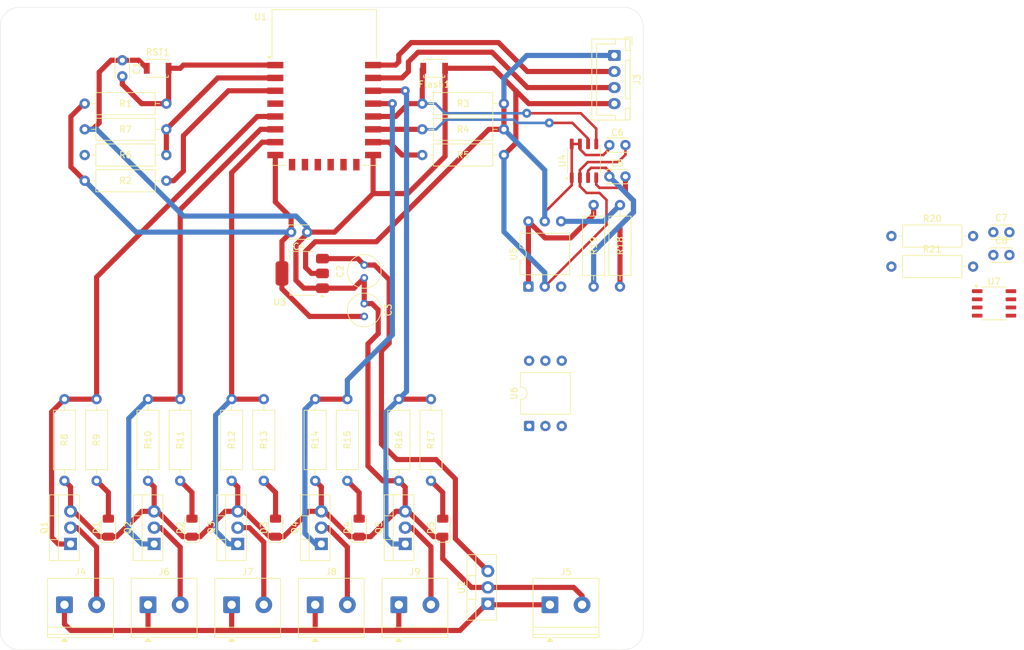
<source format=kicad_pcb>
(kicad_pcb (version 20241229) (generator "pcbnew") (generator_version "9.0")
  (layers (0 "F.Cu" signal) (2 "B.Cu" signal) (13 "F.Paste" user) (15 "B.Paste" user) (5 "F.SilkS" user "F.Silkscreen") (7 "B.SilkS" user "B.Silkscreen") (1 "F.Mask" user) (3 "B.Mask" user) (25 "Edge.Cuts" user))
  (net 0 "")
  (net 1 "RST")
  (net 2 "GND")
  (net 3 "+5V")
  (net 4 "+3.3V")
  (net 5 "Net-(D1-A)")
  (net 6 "D3{slash}GPIO0")
  (net 7 "TX")
  (net 8 "D4{slash}GPIO2")
  (net 9 "D2{slash}SDA{slash}GPIO4")
  (net 10 "D7{slash}GPIO13{slash}MOSI")
  (net 11 "D6{slash}GPIO12{slash}MISO")
  (net 12 "D1{slash}SCL{slash}GPIO5")
  (net 13 "D0{slash}GPIO16")
  (net 14 "D5{slash}GPIO14{slash}SCLK")
  (net 15 "D8{slash}GPIO15{slash}SS")
  (net 16 "A0")
  (net 17 "RX")
  (net 18 "SPI_CS0")
  (net 19 "SPI_MISO")
  (net 20 "SPI_CLK")
  (net 21 "GPIO10")
  (net 22 "SPI_MOSI")
  (net 23 "GPIO9")
  (net 24 "EN")
  (net 25 "Net-(U1-ADC)")
  (net 26 "Net-(D2-A)")
  (net 27 "Net-(D3-A)")
  (net 28 "Net-(D4-A)")
  (net 29 "Net-(D5-A)")
  (net 30 "Net-(J4-Pin_2)")
  (net 31 "+12V")
  (net 32 "Net-(J6-Pin_2)")
  (net 33 "Net-(J7-Pin_2)")
  (net 34 "Net-(J8-Pin_2)")
  (net 35 "Net-(J9-Pin_2)")
  (net 36 "Net-(U4-INP)")
  (net 37 "Net-(U4-INN)")
  (net 38 "Net-(U5-Vo+)")
  (net 39 "Net-(R19-Pad2)")
  (net 40 "Net-(U7-INN)")
  (net 41 "Net-(U7-INP)")
  (net 42 "Net-(R20-Pad2)")
  (net 43 "Net-(U6-Vo+)")
  (footprint "Resistor_THT:R_Axial_DIN0309_L9.0mm_D3.2mm_P12.70mm_Horizontal" (layer "F.Cu") (at 92 93.7 90)
    (property "Reference" "R17")
    (property "Value" "1k")
  )
  (footprint "Resistor_THT:R_Axial_DIN0309_L9.0mm_D3.2mm_P12.70mm_Horizontal" (layer "F.Cu") (at 163.615 55.615)
    (property "Reference" "R20")
    (property "Value" "100")
  )
  (footprint "Package_TO_SOT_SMD:SOT-223-3_TabPin2" (layer "F.Cu") (at 71.975 61.425 180)
    (property "Reference" "U3")
    (property "Value" "AMS1117-3.3" (hide yes))
  )
  (footprint "TerminalBlock_Phoenix:TerminalBlock_Phoenix_PT-1,5-2-5.0-H_1x02_P5.00mm_Horizontal" (layer "F.Cu") (at 74 113)
    (property "Reference" "J8")
    (property "Value" "Sol_3")
  )
  (footprint "LED_SMD:LED_1206_3216Metric" (layer "F.Cu") (at 93.83 101 90)
    (property "Reference" "D5")
    (property "Value" "LED")
  )
  (footprint "Capacitor_THT:C_Disc_D3.0mm_W2.0mm_P2.50mm" (layer "F.Cu") (at 179.465 55.015)
    (property "Reference" "C7")
    (property "Value" "100nF")
  )
  (footprint "Package_SO:SOP-8_3.9x4.9mm_P1.27mm" (layer "F.Cu") (at 179.575 66.095)
    (property "Reference" "U7")
    (property "Value" "HX710(A/B)")
  )
  (footprint "Capacitor_THT:C_Disc_D3.0mm_W2.0mm_P2.50mm" (layer "F.Cu") (at 119.75 41.45)
    (property "Reference" "C6")
    (property "Value" "100nF")
  )
  (footprint "LED_SMD:LED_1206_3216Metric" (layer "F.Cu") (at 54.83 101 90)
    (property "Reference" "D2")
    (property "Value" "LED")
  )
  (footprint "Resistor_THT:R_Axial_DIN0309_L9.0mm_D3.2mm_P12.70mm_Horizontal" (layer "F.Cu") (at 79 93.7 90)
    (property "Reference" "R15")
    (property "Value" "1k")
  )
  (footprint "Package_TO_SOT_THT:TO-220-3_Vertical" (layer "F.Cu") (at 100.85 112.84 90)
    (property "Reference" "U2")
    (property "Value" "LM7805_TO220")
  )
  (footprint "Resistor_THT:R_Axial_DIN0309_L9.0mm_D3.2mm_P12.70mm_Horizontal" (layer "F.Cu") (at 50.85 35 180)
    (property "Reference" "R1")
    (property "Value" "10k")
  )
  (footprint "TerminalBlock_Phoenix:TerminalBlock_Phoenix_PT-1,5-2-5.0-H_1x02_P5.00mm_Horizontal" (layer "F.Cu") (at 35 113)
    (property "Reference" "J4")
    (property "Value" "Motor")
  )
  (footprint "Resistor_THT:R_Axial_DIN0309_L9.0mm_D3.2mm_P12.70mm_Horizontal" (layer "F.Cu") (at 121.4 63.48 90)
    (property "Reference" "R18")
    (property "Value" "100")
  )
  (footprint "Package_TO_SOT_THT:TO-220-3_Vertical" (layer "F.Cu") (at 88 103.54 90)
    (property "Reference" "Q5")
    (property "Value" "IRF520N")
  )
  (footprint "Resistor_THT:R_Axial_DIN0309_L9.0mm_D3.2mm_P12.70mm_Horizontal" (layer "F.Cu") (at 35 93.7 90)
    (property "Reference" "R8")
    (property "Value" "1k")
  )
  (footprint "Resistor_THT:R_Axial_DIN0309_L9.0mm_D3.2mm_P12.70mm_Horizontal" (layer "F.Cu") (at 117.3 63.48 90)
    (property "Reference" "R19")
    (property "Value" "100")
  )
  (footprint "TerminalBlock_Phoenix:TerminalBlock_Phoenix_PT-1,5-2-5.0-H_1x02_P5.00mm_Horizontal" (layer "F.Cu") (at 48 113)
    (property "Reference" "J6")
    (property "Value" "Sol_1")
  )
  (footprint "Resistor_THT:R_Axial_DIN0309_L9.0mm_D3.2mm_P12.70mm_Horizontal" (layer "F.Cu") (at 48 93.7 90)
    (property "Reference" "R10")
    (property "Value" "1k")
  )
  (footprint "Resistor_THT:R_Axial_DIN0309_L9.0mm_D3.2mm_P12.70mm_Horizontal" (layer "F.Cu") (at 90.65 43)
    (property "Reference" "R5")
    (property "Value" "10k")
  )
  (footprint "Package_DIP:DIP-6_W10.16mm" (layer "F.Cu") (at 107.16 63.48 90)
    (property "Reference" "U5")
    (property "Value" "PSG010R")
  )
  (footprint "Package_SO:SOP-8_3.9x4.9mm_P1.27mm" (layer "F.Cu") (at 115.8 43.9 90)
    (property "Reference" "U4")
    (property "Value" "HX710(A/B)")
  )
  (footprint "Resistor_THT:R_Axial_DIN0309_L9.0mm_D3.2mm_P12.70mm_Horizontal" (layer "F.Cu") (at 61 93.7 90)
    (property "Reference" "R12")
    (property "Value" "1k")
  )
  (footprint "Package_TO_SOT_THT:TO-220-3_Vertical" (layer "F.Cu") (at 48.95 103.54 90)
    (property "Reference" "Q2")
    (property "Value" "IRF520N")
  )
  (footprint "Capacitor_THT:C_Disc_D3.0mm_W2.0mm_P2.50mm" (layer "F.Cu") (at 119.75 46.35)
    (property "Reference" "C5")
    (property "Value" "100nF")
  )
  (footprint "Capacitor_THT:C_Radial_D5.0mm_H5.0mm_P2.00mm" (layer "F.Cu") (at 81.625 62.125 90)
    (property "Reference" "C2")
    (property "Value" "10uF")
  )
  (footprint "LED_SMD:LED_1206_3216Metric" (layer "F.Cu") (at 67.83 101 90)
    (property "Reference" "D3")
    (property "Value" "LED")
  )
  (footprint "Resistor_THT:R_Axial_DIN0309_L9.0mm_D3.2mm_P12.70mm_Horizontal" (layer "F.Cu") (at 40 93.7 90)
    (property "Reference" "R9")
    (property "Value" "1k")
  )
  (footprint "Capacitor_THT:C_Disc_D3.0mm_W2.0mm_P2.50mm" (layer "F.Cu") (at 179.465 58.565)
    (property "Reference" "C8")
    (property "Value" "100nF")
  )
  (footprint "LED_SMD:LED_1206_3216Metric" (layer "F.Cu") (at 41.83 101 90)
    (property "Reference" "D1")
    (property "Value" "LED")
  )
  (footprint "Package_TO_SOT_THT:TO-220-3_Vertical" (layer "F.Cu") (at 35.95 103.54 90)
    (property "Reference" "Q1")
    (property "Value" "IRF520N")
  )
  (footprint "Package_TO_SOT_THT:TO-220-3_Vertical" (layer "F.Cu") (at 61.95 103.54 90)
    (property "Reference" "Q3")
    (property "Value" "IRF520N")
  )
  (footprint "RF_Module:ESP-12E" (layer "F.Cu") (at 75.4 32.5)
    (property "Reference" "U1")
    (property "Value" "ESP-12E")
  )
  (footprint "Capacitor_THT:C_Disc_D3.0mm_W2.0mm_P2.50mm" (layer "F.Cu") (at 72.75 55 180)
    (property "Reference" "C4")
    (property "Value" "100uF")
  )
  (footprint "Resistor_THT:R_Axial_DIN0309_L9.0mm_D3.2mm_P12.70mm_Horizontal" (layer "F.Cu") (at 87 93.7 90)
    (property "Reference" "R16")
    (property "Value" "1k")
  )
  (footprint "Button_Switch_SMD:SW_SPST_B3U-1000P" (layer "F.Cu") (at 49.5 29.5)
    (property "Reference" "RST1")
    (property "Value" "SW_Push")
  )
  (footprint "TerminalBlock_Phoenix:TerminalBlock_Phoenix_PT-1,5-2-5.0-H_1x02_P5.00mm_Horizontal" (layer "F.Cu") (at 110.5 113)
    (property "Reference" "J5")
    (property "Value" "12v PWR")
  )
  (footprint "Resistor_THT:R_Axial_DIN0309_L9.0mm_D3.2mm_P12.70mm_Horizontal" (layer "F.Cu") (at 50.85 43 180)
    (property "Reference" "R6")
    (property "Value" "220k")
  )
  (footprint "Connector_JST:JST_XH_B4B-XH-A_1x04_P2.50mm_Vertical" (layer "F.Cu") (at 120.525 27.5 -90)
    (property "Reference" "J3")
    (property "Value" "UART")
  )
  (footprint "Resistor_THT:R_Axial_DIN0309_L9.0mm_D3.2mm_P12.70mm_Horizontal" (layer "F.Cu") (at 74 93.7 90)
    (property "Reference" "R14")
    (property "Value" "1k")
  )
  (footprint "Resistor_THT:R_Axial_DIN0309_L9.0mm_D3.2mm_P12.70mm_Horizontal" (layer "F.Cu") (at 66 93.7 90)
    (property "Reference" "R13")
    (property "Value" "1k")
  )
  (footprint "TerminalBlock_Phoenix:TerminalBlock_Phoenix_PT-1,5-2-5.0-H_1x02_P5.00mm_Horizontal" (layer "F.Cu") (at 87 113)
    (property "Reference" "J9")
    (property "Value" "Sol_4")
  )
  (footprint "Resistor_THT:R_Axial_DIN0309_L9.0mm_D3.2mm_P12.70mm_Horizontal" (layer "F.Cu") (at 163.615 60.365)
    (property "Reference" "R21")
    (property "Value" "100")
  )
  (footprint "Resistor_THT:R_Axial_DIN0309_L9.0mm_D3.2mm_P12.70mm_Horizontal" (layer "F.Cu") (at 50.85 47 180)
    (property "Reference" "R2")
    (property "Value" "10k")
  )
  (footprint "Button_Switch_SMD:SW_SPST_B3U-1000P" (layer "F.Cu") (at 92.5 29.5 180)
    (property "Reference" "Flash1")
    (property "Value" "SW_Push")
  )
  (footprint "TerminalBlock_Phoenix:TerminalBlock_Phoenix_PT-1,5-2-5.0-H_1x02_P5.00mm_Horizontal" (layer "F.Cu") (at 61 113)
    (property "Reference" "J7")
    (property "Value" "Sol_2")
  )
  (footprint "Resistor_THT:R_Axial_DIN0309_L9.0mm_D3.2mm_P12.70mm_Horizontal" (layer "F.Cu") (at 90.65 39)
    (property "Reference" "R4")
    (property "Value" "10k")
  )
  (footprint "Capacitor_THT:C_Radial_D5.0mm_H5.0mm_P2.00mm" (layer "F.Cu") (at 81.625 66.125 -90)
    (property "Reference" "C3")
    (property "Value" "10uF")
  )
  (footprint "Capacitor_THT:C_Disc_D3.0mm_W2.0mm_P2.50mm" (layer "F.Cu") (at 44 28.25 -90)
    (property "Reference" "C1")
    (property "Value" "100nF")
  )
  (footprint "Package_TO_SOT_THT:TO-220-3_Vertical" (layer "F.Cu") (at 74.95 103.54 90)
    (property "Reference" "Q4")
    (property "Value" "IRF520N")
  )
  (footprint "Resistor_THT:R_Axial_DIN0309_L9.0mm_D3.2mm_P12.70mm_Horizontal" (layer "F.Cu") (at 53 93.7 90)
    (property "Reference" "R11")
    (property "Value" "1k")
  )
  (footprint "Package_DIP:DIP-6_W10.16mm" (layer "F.Cu") (at 107.26 85.18 90)
    (property "Reference" "U6")
    (property "Value" "PSG010R")
  )
  (footprint "LED_SMD:LED_1206_3216Metric" (layer "F.Cu") (at 80.83 101 90)
    (property "Reference" "D4")
    (property "Value" "LED")
  )
  (footprint "Resistor_THT:R_Axial_DIN0309_L9.0mm_D3.2mm_P12.70mm_Horizontal" (layer "F.Cu") (at 90.65 35)
    (property "Reference" "R3")
    (property "Value" "10k")
  )
  (footprint "Resistor_THT:R_Axial_DIN0309_L9.0mm_D3.2mm_P12.70mm_Horizontal" (layer "F.Cu") (at 50.85 39 180)
    (property "Reference" "R7")
    (property "Value" "100k")
  )
  (gr_arc (start 25 23) (mid 25.87868 20.87868) (end 28 20) (stroke (width 0.05)) (layer "Edge.Cuts"))
  (gr_arc (start 125 117) (mid 124.12132 119.12132) (end 122 120) (stroke (width 0.05)) (layer "Edge.Cuts"))
  (gr_line (start 122 120) (end 28 120) (stroke (width 0.05)) (layer "Edge.Cuts"))
  (gr_line (start 125 23) (end 125 117) (stroke (width 0.05)) (layer "Edge.Cuts"))
  (gr_line (start 25 117) (end 25 23) (stroke (width 0.05)) (layer "Edge.Cuts"))
  (gr_arc (start 122 20) (mid 124.12132 20.87868) (end 125 23) (stroke (width 0.05)) (layer "Edge.Cuts"))
  (gr_arc (start 28 120) (mid 25.87868 119.12132) (end 25 117) (stroke (width 0.05)) (layer "Edge.Cuts"))
  (gr_line (start 28 20) (end 122 20) (stroke (width 0.05)) (layer "Edge.Cuts"))
  (segment (start 51.2 29.5) (end 51.2 34.65) (width 0.8) (layer "F.Cu") (net 1))
  (segment (start 53.5 29) (end 53 29.5) (width 0.8) (layer "F.Cu") (net 1))
  (segment (start 47 35) (end 50.85 35) (width 0.8) (layer "F.Cu") (net 1))
  (segment (start 44 32) (end 47 35) (width 0.8) (layer "F.Cu") (net 1))
  (segment (start 44 30.75) (end 44 32) (width 0.8) (layer "F.Cu") (net 1))
  (segment (start 53 29.5) (end 51.2 29.5) (width 0.8) (layer "F.Cu") (net 1))
  (segment (start 51.2 34.65) (end 50.85 35) (width 0.8) (layer "F.Cu") (net 1))
  (segment (start 67.8 29) (end 53.5 29) (width 0.8) (layer "F.Cu") (net 1))
  (segment (start 72.75 55.25) (end 71 57) (width 0.8) (layer "F.Cu") (net 2))
  (segment (start 74.95 98.46) (end 74.95 94.65) (width 0.8) (layer "F.Cu") (net 2))
  (segment (start 74.95 94.65) (end 74 93.7) (width 0.8) (layer "F.Cu") (net 2))
  (segment (start 116.4 44.1) (end 115.165 45.335) (width 0.4) (layer "F.Cu") (net 2))
  (segment (start 61.95 98.46) (end 62.96 98.46) (width 0.8) (layer "F.Cu") (net 2))
  (segment (start 115.165 46.525) (end 115.165 47.865) (width 0.4) (layer "F.Cu") (net 2))
  (segment (start 79.4 102.4) (end 80.83 102.4) (width 0.8) (layer "F.Cu") (net 2))
  (segment (start 35.95 98.46) (end 35.95 94.65) (width 0.8) (layer "F.Cu") (net 2))
  (segment (start 94.2 43.2) (end 88.4 49) (width 0.8) (layer "F.Cu") (net 2))
  (segment (start 122.25 41.45) (end 122.25 42.95) (width 0.4) (layer "F.Cu") (net 2))
  (segment (start 116.2 48.9) (end 118.2 48.9) (width 0.4) (layer "F.Cu") (net 2))
  (segment (start 121.1 44.1) (end 116.4 44.1) (width 0.4) (layer "F.Cu") (net 2))
  (segment (start 71 57) (end 71 62.5) (width 0.8) (layer "F.Cu") (net 2))
  (segment (start 48.95 98.46) (end 49.46 98.46) (width 0.8) (layer "F.Cu") (net 2))
  (segment (start 88 98.46) (end 86.54 98.46) (width 0.8) (layer "F.Cu") (net 2))
  (segment (start 77 55) (end 83 49) (width 0.8) (layer "F.Cu") (net 2))
  (segment (start 103.35 43) (end 105.2 41.15) (width 0.8) (layer "F.Cu") (net 2))
  (segment (start 75.46 98.46) (end 79.4 102.4) (width 0.8) (layer "F.Cu") (net 2))
  (segment (start 86.54 98.46) (end 82.6 102.4) (width 0.8) (layer "F.Cu") (net 2))
  (segment (start 98.3 110.3) (end 93.83 105.83) (width 0.8) (layer "F.Cu") (net 2))
  (segment (start 100.85 110.3) (end 114.2 110.3) (width 0.8) (layer "F.Cu") (net 2))
  (segment (start 40.4 30.1) (end 42.25 28.25) (width 0.8) (layer "F.Cu") (net 2))
  (segment (start 73.04 98.46) (end 69.1 102.4) (width 0.8) (layer "F.Cu") (net 2))
  (segment (start 60.04 98.46) (end 56.1 102.4) (width 0.8) (layer "F.Cu") (net 2))
  (segment (start 35.95 98.46) (end 36.46 98.46) (width 0.8) (layer "F.Cu") (net 2))
  (segment (start 119.3 50) (end 119.3 53.88) (width 0.4) (layer "F.Cu") (net 2))
  (segment (start 36.46 98.46) (end 40.4 102.4) (width 0.8) (layer "F.Cu") (net 2))
  (segment (start 44 28.25) (end 46.55 28.25) (width 0.8) (layer "F.Cu") (net 2))
  (segment (start 93.83 105.83) (end 93.83 102.4) (width 0.8) (layer "F.Cu") (net 2))
  (segment (start 83.8 70.8) (end 83.8 67.1) (width 0.8) (layer "F.Cu") (net 2))
  (segment (start 49.46 98.46) (end 53.4 102.4) (width 0.8) (layer "F.Cu") (net 2))
  (segment (start 100.85 110.3) (end 98.3 110.3) (width 0.8) (layer "F.Cu") (net 2))
  (segment (start 48.95 98.46) (end 47.04 98.46) (width 0.8) (layer "F.Cu") (net 2))
  (segment (start 82.825 66.125) (end 81.625 66.125) (width 0.8) (layer "F.Cu") (net 2))
  (segment (start 48.95 94.65) (end 48 93.7) (width 0.8) (layer "F.Cu") (net 2))
  (segment (start 82.2 72.4) (end 83.8 70.8) (width 0.8) (layer "F.Cu") (net 2))
  (segment (start 72.75 55) (end 72.75 55.25) (width 0.8) (layer "F.Cu") (net 2))
  (segment (start 74.95 98.46) (end 73.04 98.46) (width 0.8) (layer "F.Cu") (net 2))
  (segment (start 40.4 102.4) (end 41.83 102.4) (width 0.8) (layer "F.Cu") (net 2))
  (segment (start 94.2 29.5) (end 94.2 43.2) (width 0.8) (layer "F.Cu") (net 2))
  (segment (start 48.95 98.46) (end 48.95 94.65) (width 0.8) (layer "F.Cu") (net 2))
  (segment (start 46.55 28.25) (end 47.8 29.5) (width 0.8) (layer "F.Cu") (net 2))
  (segment (start 81.625 66.125) (end 81.625 62.125) (width 0.8) (layer "F.Cu") (net 2))
  (segment (start 80.025 63.725) (end 81.625 62.125) (width 0.8) (layer "F.Cu") (net 2))
  (segment (start 38.15 39) (end 39.4 39) (width 0.8) (layer "F.Cu") (net 2))
  (segment (start 83.8 67.1) (end 82.825 66.125) (width 0.8) (layer "F.Cu") (net 2))
  (segment (start 82.6 102.4) (end 80.83 102.4) (width 0.8) (layer "F.Cu") (net 2))
  (segment (start 62.96 98.46) (end 66.9 102.4) (width 0.8) (layer "F.Cu") (net 2))
  (segment (start 66.9 102.4) (end 67.83 102.4) (width 0.8) (layer "F.Cu") (net 2))
  (segment (start 119.3 53.88) (end 109.7 63.48) (width 0.4) (layer "F.Cu") (net 2))
  (segment (start 61.95 98.46) (end 60.04 98.46) (width 0.8) (layer "F.Cu") (net 2))
  (segment (start 88.4 49) (end 83 49) (width 0.8) (layer "F.Cu") (net 2))
  (segment (start 87 93.7) (end 84.5 93.7) (width 0.8) (layer "F.Cu") (net 2))
  (segment (start 122.25 42.95) (end 121.1 44.1) (width 0.4) (layer "F.Cu") (net 2))
  (segment (start 92.4 102.4) (end 93.83 102.4) (width 0.8) (layer "F.Cu") (net 2))
  (segment (start 107.2 35) (end 105.2 33) (width 0.8) (layer "F.Cu") (net 2))
  (segment (start 42.25 28.25) (end 44 28.25) (width 0.8) (layer "F.Cu") (net 2))
  (segment (start 72.75 55) (end 77 55) (width 0.8) (layer "F.Cu") (net 2))
  (segment (start 74.95 98.46) (end 75.46 98.46) (width 0.8) (layer "F.Cu") (net 2))
  (segment (start 43.1 102.4) (end 41.83 102.4) (width 0.8) (layer "F.Cu") (net 2))
  (segment (start 47.04 98.46) (end 43.1 102.4) (width 0.8) (layer "F.Cu") (net 2))
  (segment (start 84.5 93.7) (end 82.2 91.4) (width 0.8) (layer "F.Cu") (net 2))
  (segment (start 72.225 63.725) (end 75.125 63.725) (width 0.8) (layer "F.Cu") (net 2))
  (segment (start 101.7 29.5) (end 94.2 29.5) (width 0.8) (layer "F.Cu") (net 2))
  (segment (start 115.5 111.6) (end 115.5 113) (width 0.8) (layer "F.Cu") (net 2))
  (segment (start 88 98.46) (end 88 94.7) (width 0.8) (layer "F.Cu") (net 2))
  (segment (start 35.95 94.65) (end 35 93.7) (width 0.8) (layer "F.Cu") (net 2))
  (segment (start 88 94.7) (end 87 93.7) (width 0.8) (layer "F.Cu") (net 2))
  (segment (start 120.525 35) (end 107.2 35) (width 0.8) (layer "F.Cu") (net 2))
  (segment (start 88.46 98.46) (end 92.4 102.4) (width 0.8) (layer "F.Cu") (net 2))
  (segment (start 105.2 41.15) (end 105.2 33) (width 0.8) (layer "F.Cu") (net 2))
  (segment (start 39.4 39) (end 40.4 38) (width 0.8) (layer "F.Cu") (net 2))
  (segment (start 103.6 43) (end 103.35 43) (width 0.8) (layer "F.Cu") (net 2))
  (segment (start 71 62.5) (end 72.225 63.725) (width 0.8) (layer "F.Cu") (net 2))
  (segment (start 114.2 110.3) (end 115.5 111.6) (width 0.8) (layer "F.Cu") (net 2))
  (segment (start 75.125 63.725) (end 80.025 63.725) (width 0.8) (layer "F.Cu") (net 2))
  (segment (start 88 98.46) (end 88.46 98.46) (width 0.8) (layer "F.Cu") (net 2))
  (segment (start 105.2 33) (end 101.7 29.5) (width 0.8) (layer "F.Cu") (net 2))
  (segment (start 61.95 94.65) (end 61 93.7) (width 0.8) (layer "F.Cu") (net 2))
  (segment (start 40.4 38) (end 40.4 30.1) (width 0.8) (layer "F.Cu") (net 2))
  (segment (start 53.4 102.4) (end 54.83 102.4) (width 0.8) (layer "F.Cu") (net 2))
  (segment (start 118.2 48.9) (end 119.3 50) (width 0.4) (layer "F.Cu") (net 2))
  (segment (start 115.165 45.335) (end 115.165 46.525) (width 0.4) (layer "F.Cu") (net 2))
  (segment (start 83 49) (end 83 43) (width 0.8) (layer "F.Cu") (net 2))
  (segment (start 82.2 91.4) (end 82.2 72.4) (width 0.8) (layer "F.Cu") (net 2))
  (segment (start 61.95 98.46) (end 61.95 94.65) (width 0.8) (layer "F.Cu") (net 2))
  (segment (start 56.1 102.4) (end 54.83 102.4) (width 0.8) (layer "F.Cu") (net 2))
  (segment (start 69.1 102.4) (end 67.83 102.4) (width 0.8) (layer "F.Cu") (net 2))
  (segment (start 115.165 47.865) (end 116.2 48.9) (width 0.4) (layer "F.Cu") (net 2))
  (segment (start 38.15 39) (end 40 39) (width 0.8) (layer "B.Cu") (net 2))
  (segment (start 53.5 52.5) (end 71 52.5) (width 0.8) (layer "B.Cu") (net 2))
  (segment (start 71 52.5) (end 72.75 54.25) (width 0.8) (layer "B.Cu") (net 2))
  (segment (start 40 39) (end 53.5 52.5) (width 0.8) (layer "B.Cu") (net 2))
  (segment (start 72.75 54.25) (end 72.75 55) (width 0.8) (layer "B.Cu") (net 2))
  (segment (start 103.35 43) (end 103.35 54.95) (width 0.8) (layer "B.Cu") (net 2))
  (segment (start 103.35 54.95) (end 109.7 61.3) (width 0.8) (layer "B.Cu") (net 2))
  (segment (start 109.7 61.3) (end 109.7 63.48) (width 0.8) (layer "B.Cu") (net 2))
  (segment (start 100.85 107.76) (end 95.8 102.71) (width 0.8) (layer "F.Cu") (net 3))
  (segment (start 85.5 72.3) (end 85.5 62.4) (width 0.8) (layer "F.Cu") (net 3))
  (segment (start 85.5 62.4) (end 83.225 60.125) (width 0.8) (layer "F.Cu") (net 3))
  (segment (start 81.625 60.125) (end 80.625 59.125) (width 0.8) (layer "F.Cu") (net 3))
  (segment (start 86.7 90.4) (end 84.3 88) (width 0.8) (layer "F.Cu") (net 3))
  (segment (start 95.8 102.71) (end 95.8 93.4) (width 0.8) (layer "F.Cu") (net 3))
  (segment (start 92.8 90.4) (end 86.7 90.4) (width 0.8) (layer "F.Cu") (net 3))
  (segment (start 80.625 59.125) (end 75.125 59.125) (width 0.8) (layer "F.Cu") (net 3))
  (segment (start 95.8 93.4) (end 92.8 90.4) (width 0.8) (layer "F.Cu") (net 3))
  (segment (start 84.3 73.5) (end 85.5 72.3) (width 0.8) (layer "F.Cu") (net 3))
  (segment (start 83.225 60.125) (end 81.625 60.125) (width 0.8) (layer "F.Cu") (net 3))
  (segment (start 84.3 88) (end 84.3 73.5) (width 0.8) (layer "F.Cu") (net 3))
  (segment (start 68.825 56.425) (end 68.825 61.425) (width 0.8) (layer "F.Cu") (net 4))
  (segment (start 74 56.5) (end 72.5 58) (width 0.8) (layer "F.Cu") (net 4))
  (segment (start 103.35 39) (end 101 39) (width 0.8) (layer "F.Cu") (net 4))
  (segment (start 72.5 60.5) (end 73.425 61.425) (width 0.8) (layer "F.Cu") (net 4))
  (segment (start 70.25 55) (end 68.825 56.425) (width 0.8) (layer "F.Cu") (net 4))
  (segment (start 72.5 58) (end 72.5 60.5) (width 0.8) (layer "F.Cu") (net 4))
  (segment (start 113.895 47.705) (end 109.7 51.9) (width 0.4) (layer "F.Cu") (net 4))
  (segment (start 113.895 46.525) (end 113.895 47.705) (width 0.4) (layer "F.Cu") (net 4))
  (segment (start 70.25 52.75) (end 67.8 50.3) (width 0.8) (layer "F.Cu") (net 4))
  (segment (start 116.065001 43) (end 115.165 42.099999) (width 0.4) (layer "F.Cu") (net 4))
  (segment (start 70.25 55) (end 70.25 52.75) (width 0.8) (layer "F.Cu") (net 4))
  (segment (start 118.8 43) (end 116.065001 43) (width 0.4) (layer "F.Cu") (net 4))
  (segment (start 113.895 41.275) (end 113.895 46.525) (width 0.4) (layer "F.Cu") (net 4))
  (segment (start 81.625 68.125) (end 73.125 68.125) (width 0.8) (layer "F.Cu") (net 4))
  (segment (start 119.75 41.45) (end 119.75 42.05) (width 0.4) (layer "F.Cu") (net 4))
  (segment (start 68.825 63.825) (end 68.825 61.425) (width 0.8) (layer "F.Cu") (net 4))
  (segment (start 115.165 42.099999) (end 115.165 41.275) (width 0.4) (layer "F.Cu") (net 4))
  (segment (start 115.165 41.275) (end 113.895 41.275) (width 0.4) (layer "F.Cu") (net 4))
  (segment (start 36 37) (end 38 35) (width 0.8) (layer "F.Cu") (net 4))
  (segment (start 119.75 42.05) (end 118.8 43) (width 0.4) (layer "F.Cu") (net 4))
  (segment (start 67.8 50.3) (end 67.8 43) (width 0.8) (layer "F.Cu") (net 4))
  (segment (start 36 44.85) (end 36 37) (width 0.8) (layer "F.Cu") (net 4))
  (segment (start 73.125 68.125) (end 68.825 63.825) (width 0.8) (layer "F.Cu") (net 4))
  (segment (start 103.35 35) (end 103.35 39) (width 0.8) (layer "F.Cu") (net 4))
  (segment (start 101 39) (end 83.5 56.5) (width 0.8) (layer "F.Cu") (net 4))
  (segment (start 83.5 56.5) (end 74 56.5) (width 0.8) (layer "F.Cu") (net 4))
  (segment (start 38 35) (end 38.15 35) (width 0.8) (layer "F.Cu") (net 4))
  (segment (start 73.425 61.425) (end 75.125 61.425) (width 0.8) (layer "F.Cu") (net 4))
  (segment (start 109.7 51.9) (end 109.7 53.32) (width 0.4) (layer "F.Cu") (net 4))
  (segment (start 38.15 47) (end 36 44.85) (width 0.8) (layer "F.Cu") (net 4))
  (segment (start 103.35 31.05) (end 106.9 27.5) (width 0.8) (layer "B.Cu") (net 4))
  (segment (start 46.15 55) (end 70.25 55) (width 0.8) (layer "B.Cu") (net 4))
  (segment (start 103.35 35) (end 103.35 31.05) (width 0.8) (layer "B.Cu") (net 4))
  (segment (start 103.35 39) (end 109.7 45.35) (width 0.8) (layer "B.Cu") (net 4))
  (segment (start 106.9 27.5) (end 120.525 27.5) (width 0.8) (layer "B.Cu") (net 4))
  (segment (start 38.15 47) (end 46.15 55) (width 0.8) (layer "B.Cu") (net 4))
  (segment (start 109.7 45.35) (end 109.7 53.32) (width 0.8) (layer "B.Cu") (net 4))
  (segment (start 41.83 99.6) (end 41.83 95.53) (width 0.8) (layer "F.Cu") (net 5))
  (segment (start 41.83 95.53) (end 40 93.7) (width 0.8) (layer "F.Cu") (net 5))
  (segment (start 117.705 41.275) (end 117.705 38.905) (width 0.4) (layer "F.Cu") (net 6))
  (segment (start 90.65 35) (end 90.65 29.65) (width 0.8) (layer "F.Cu") (net 6))
  (segment (start 115.3 36.5) (end 106.9 36.5) (width 0.4) (layer "F.Cu") (net 6))
  (segment (start 86.5 37) (end 83 37) (width 0.8) (layer "F.Cu") (net 6))
  (segment (start 117.705 38.905) (end 115.3 36.5) (width 0.4) (layer "F.Cu") (net 6))
  (segment (start 88.5 35) (end 86.5 37) (width 0.8) (layer "F.Cu") (net 6))
  (segment (start 90.65 35) (end 88.5 35) (width 0.8) (layer "F.Cu") (net 6))
  (segment (start 90.65 29.65) (end 90.8 29.5) (width 0.8) (layer "F.Cu") (net 6))
  (via (at 106.9 36.5) (size 1.4) (drill 0.6) (layers "F.Cu" "B.Cu") (net 6))
  (segment (start 94.2 36.5) (end 92.7 35) (width 0.4) (layer "B.Cu") (net 6))
  (segment (start 106.9 36.5) (end 94.2 36.5) (width 0.4) (layer "B.Cu") (net 6))
  (segment (start 92.7 35) (end 90.65 35) (width 0.4) (layer "B.Cu") (net 6))
  (segment (start 86.5 29) (end 83 29) (width 0.8) (layer "F.Cu") (net 7))
  (segment (start 107 30) (end 102.5 25.5) (width 0.8) (layer "F.Cu") (net 7))
  (segment (start 102.5 25.5) (end 88.92996 25.5) (width 0.8) (layer "F.Cu") (net 7))
  (segment (start 87 28.5) (end 86.5 29) (width 0.8) (layer "F.Cu") (net 7))
  (segment (start 87 27.42996) (end 87 28.5) (width 0.8) (layer "F.Cu") (net 7))
  (segment (start 120.525 30) (end 107 30) (width 0.8) (layer "F.Cu") (net 7))
  (segment (start 88.92996 25.5) (end 87 27.42996) (width 0.8) (layer "F.Cu") (net 7))
  (segment (start 90.65 39) (end 83 39) (width 0.8) (layer "F.Cu") (net 8))
  (segment (start 113.984999 38) (end 110.4 38) (width 0.4) (layer "F.Cu") (net 8))
  (segment (start 116.435 41.275) (end 116.435 40.450001) (width 0.4) (layer "F.Cu") (net 8))
  (segment (start 116.435 40.450001) (end 113.984999 38) (width 0.4) (layer "F.Cu") (net 8))
  (via (at 110.4 38) (size 1.4) (drill 0.6) (layers "F.Cu" "B.Cu") (net 8))
  (segment (start 110.4 38) (end 105.45 38) (width 0.4) (layer "B.Cu") (net 8))
  (segment (start 94.3 37.5) (end 92.8 39) (width 0.4) (layer "B.Cu") (net 8))
  (segment (start 104.95 37.5) (end 94.3 37.5) (width 0.4) (layer "B.Cu") (net 8))
  (segment (start 92.8 39) (end 90.65 39) (width 0.4) (layer "B.Cu") (net 8))
  (segment (start 105.45 38) (end 104.95 37.5) (width 0.4) (layer "B.Cu") (net 8))
  (segment (start 74 81) (end 79 81) (width 0.8) (layer "F.Cu") (net 9))
  (segment (start 86 35) (end 83 35) (width 0.8) (layer "F.Cu") (net 9))
  (via (at 86 35) (size 1.4) (drill 0.6) (layers "F.Cu" "B.Cu") (net 9))
  (segment (start 86 71) (end 79 78) (width 0.8) (layer "B.Cu") (net 9))
  (segment (start 79 78) (end 79 81) (width 0.8) (layer "B.Cu") (net 9))
  (segment (start 74.04 103.54) (end 72.399 101.899) (width 0.8) (layer "B.Cu") (net 9))
  (segment (start 72.399 101.899) (end 72.399 82.601) (width 0.8) (layer "B.Cu") (net 9))
  (segment (start 72.399 82.601) (end 74 81) (width 0.8) (layer "B.Cu") (net 9))
  (segment (start 86 35) (end 86 71) (width 0.8) (layer "B.Cu") (net 9))
  (segment (start 74.95 103.54) (end 74.04 103.54) (width 0.8) (layer "B.Cu") (net 9))
  (segment (start 61 45.75) (end 61 81) (width 0.8) (layer "F.Cu") (net 10))
  (segment (start 65.75 41) (end 61 45.75) (width 0.8) (layer "F.Cu") (net 10))
  (segment (start 66 81) (end 61 81) (width 0.8) (layer "F.Cu") (net 10))
  (segment (start 67.8 41) (end 65.75 41) (width 0.8) (layer "F.Cu") (net 10))
  (segment (start 58.5 101.5) (end 58.5 83.5) (width 0.8) (layer "B.Cu") (net 10))
  (segment (start 58.5 83.5) (end 61 81) (width 0.8) (layer "B.Cu") (net 10))
  (segment (start 60.54 103.54) (end 58.5 101.5) (width 0.8) (layer "B.Cu") (net 10))
  (segment (start 61.95 103.54) (end 60.54 103.54) (width 0.8) (layer "B.Cu") (net 10))
  (segment (start 53 81) (end 48 81) (width 0.8) (layer "F.Cu") (net 11))
  (segment (start 67.8 39) (end 65.5 39) (width 0.8) (layer "F.Cu") (net 11))
  (segment (start 53 51.5) (end 53 81) (width 0.8) (layer "F.Cu") (net 11))
  (segment (start 65.5 39) (end 53 51.5) (width 0.8) (layer "F.Cu") (net 11))
  (segment (start 45 101.5) (end 45 84) (width 0.8) (layer "B.Cu") (net 11))
  (segment (start 47.04 103.54) (end 45 101.5) (width 0.8) (layer "B.Cu") (net 11))
  (segment (start 45 84) (end 48 81) (width 0.8) (layer "B.Cu") (net 11))
  (segment (start 48.95 103.54) (end 47.04 103.54) (width 0.8) (layer "B.Cu") (net 11))
  (segment (start 83 33) (end 88 33) (width 0.8) (layer "F.Cu") (net 12))
  (segment (start 87 81) (end 92 81) (width 0.8) (layer "F.Cu") (net 12))
  (via (at 88 33) (size 1.4) (drill 0.6) (layers "F.Cu" "B.Cu") (net 12))
  (segment (start 88.200999 79.799001) (end 87 81) (width 0.8) (layer "B.Cu") (net 12))
  (segment (start 88.200999 33.200999) (end 88.200999 79.799001) (width 0.8) (layer "B.Cu") (net 12))
  (segment (start 86.04 103.54) (end 85 102.5) (width 0.8) (layer "B.Cu") (net 12))
  (segment (start 85 83) (end 87 81) (width 0.8) (layer "B.Cu") (net 12))
  (segment (start 88 33) (end 88.200999 33.200999) (width 0.8) (layer "B.Cu") (net 12))
  (segment (start 88 103.54) (end 86.04 103.54) (width 0.8) (layer "B.Cu") (net 12))
  (segment (start 85 102.5) (end 85 83) (width 0.8) (layer "B.Cu") (net 12))
  (segment (start 40 81) (end 40 62) (width 0.8) (layer "F.Cu") (net 14))
  (segment (start 33 83) (end 35 81) (width 0.8) (layer "F.Cu") (net 14))
  (segment (start 33 102.5) (end 33 83) (width 0.8) (layer "F.Cu") (net 14))
  (segment (start 40 62) (end 65 37) (width 0.8) (layer "F.Cu") (net 14))
  (segment (start 35 81) (end 40 81) (width 0.8) (layer "F.Cu") (net 14))
  (segment (start 35.95 103.54) (end 34.04 103.54) (width 0.8) (layer "F.Cu") (net 14))
  (segment (start 34.04 103.54) (end 33 102.5) (width 0.8) (layer "F.Cu") (net 14))
  (segment (start 65 37) (end 67.8 37) (width 0.8) (layer "F.Cu") (net 14))
  (segment (start 87.5 43) (end 85.5 41) (width 0.8) (layer "F.Cu") (net 15))
  (segment (start 90.65 43) (end 87.5 43) (width 0.8) (layer "F.Cu") (net 15))
  (segment (start 85.5 41) (end 83 41) (width 0.8) (layer "F.Cu") (net 15))
  (segment (start 87.5 31) (end 83 31) (width 0.8) (layer "F.Cu") (net 17))
  (segment (start 88.5 28.5) (end 88.5 30) (width 0.8) (layer "F.Cu") (net 17))
  (segment (start 88.5 30) (end 87.5 31) (width 0.8) (layer "F.Cu") (net 17))
  (segment (start 90 27) (end 88.5 28.5) (width 0.8) (layer "F.Cu") (net 17))
  (segment (start 101.5 27) (end 90 27) (width 0.8) (layer "F.Cu") (net 17))
  (segment (start 107 32.5) (end 101.5 27) (width 0.8) (layer "F.Cu") (net 17))
  (segment (start 120.525 32.5) (end 107 32.5) (width 0.8) (layer "F.Cu") (net 17))
  (segment (start 53.5 40) (end 53.5 45.5) (width 0.8) (layer "F.Cu") (net 24))
  (segment (start 53.5 45.5) (end 52 47) (width 0.8) (layer "F.Cu") (net 24))
  (segment (start 60.5 33) (end 53.5 40) (width 0.8) (layer "F.Cu") (net 24))
  (segment (start 52 47) (end 50.85 47) (width 0.8) (layer "F.Cu") (net 24))
  (segment (start 67.8 33) (end 60.5 33) (width 0.8) (layer "F.Cu") (net 24))
  (segment (start 67.8 31) (end 58.85 31) (width 0.8) (layer "F.Cu") (net 25))
  (segment (start 58.85 31) (end 50.85 39) (width 0.8) (layer "F.Cu") (net 25))
  (segment (start 50.85 39) (end 50.85 43) (width 0.8) (layer "F.Cu") (net 25))
  (segment (start 54.83 95.53) (end 53 93.7) (width 0.8) (layer "F.Cu") (net 26))
  (segment (start 54.83 99.6) (end 54.83 95.53) (width 0.8) (layer "F.Cu") (net 26))
  (segment (start 67.83 95.53) (end 66 93.7) (width 0.8) (layer "F.Cu") (net 27))
  (segment (start 67.83 99.6) (end 67.83 95.53) (width 0.8) (layer "F.Cu") (net 27))
  (segment (start 80.83 95.53) (end 79 93.7) (width 0.8) (layer "F.Cu") (net 28))
  (segment (start 80.83 99.6) (end 80.83 95.53) (width 0.8) (layer "F.Cu") (net 28))
  (segment (start 93.83 99.6) (end 93.83 95.53) (width 0.8) (layer "F.Cu") (net 29))
  (segment (start 93.83 95.53) (end 92 93.7) (width 0.8) (layer "F.Cu") (net 29))
  (segment (start 36.9645 101) (end 40 104.0355) (width 0.8) (layer "F.Cu") (net 30))
  (segment (start 35.95 101) (end 36.9645 101) (width 0.8) (layer "F.Cu") (net 30))
  (segment (start 40 104.0355) (end 40 113) (width 0.8) (layer "F.Cu") (net 30))
  (segment (start 110.5 113) (end 100.5 113) (width 0.8) (layer "F.Cu") (net 31))
  (segment (start 100.5 113) (end 96.5 117) (width 0.8) (layer "F.Cu") (net 31))
  (segment (start 35 116) (end 35 113) (width 0.8) (layer "F.Cu") (net 31))
  (segment (start 61 117) (end 48 117) (width 0.8) (layer "F.Cu") (net 31))
  (segment (start 74 117) (end 61 117) (width 0.8) (layer "F.Cu") (net 31))
  (segment (start 96.5 117) (end 86.5 117) (width 0.8) (layer "F.Cu") (net 31))
  (segment (start 36 117) (end 35 116) (width 0.8) (layer "F.Cu") (net 31))
  (segment (start 48 117) (end 36 117) (width 0.8) (layer "F.Cu") (net 31))
  (segment (start 86.5 117) (end 74 117) (width 0.8) (layer "F.Cu") (net 31))
  (segment (start 74 113) (end 74 117) (width 0.8) (layer "F.Cu") (net 31))
  (segment (start 87 113) (end 87 116.5) (width 0.8) (layer "F.Cu") (net 31))
  (segment (start 48 113) (end 48 117) (width 0.8) (layer "F.Cu") (net 31))
  (segment (start 87 116.5) (end 86.5 117) (width 0.8) (layer "F.Cu") (net 31))
  (segment (start 61 113) (end 61 117) (width 0.8) (layer "F.Cu") (net 31))
  (segment (start 48.95 101) (end 49.9645 101) (width 0.8) (layer "F.Cu") (net 32))
  (segment (start 53 104.0355) (end 53 113) (width 0.8) (layer "F.Cu") (net 32))
  (segment (start 49.9645 101) (end 53 104.0355) (width 0.8) (layer "F.Cu") (net 32))
  (segment (start 63.75 101) (end 66 103.25) (width 0.8) (layer "F.Cu") (net 33))
  (segment (start 66 103.25) (end 66 113) (width 0.8) (layer "F.Cu") (net 33))
  (segment (start 61.95 101) (end 63.75 101) (width 0.8) (layer "F.Cu") (net 33))
  (segment (start 74.95 101) (end 75.9645 101) (width 0.8) (layer "F.Cu") (net 34))
  (segment (start 75.9645 101) (end 79 104.0355) (width 0.8) (layer "F.Cu") (net 34))
  (segment (start 79 104.0355) (end 79 113) (width 0.8) (layer "F.Cu") (net 34))
  (segment (start 88 101) (end 89.0145 101) (width 0.8) (layer "F.Cu") (net 35))
  (segment (start 89.0145 101) (end 92 103.9855) (width 0.8) (layer "F.Cu") (net 35))
  (segment (start 92 103.9855) (end 92 113) (width 0.8) (layer "F.Cu") (net 35))
  (segment (start 121.4 54) (end 123.5 51.9) (width 0.8) (layer "F.Cu") (net 36))
  (segment (start 118.2 48.1) (end 117.705 47.605) (width 0.4) (layer "F.Cu") (net 36))
  (segment (start 117.705 47.605) (end 117.705 46.525) (width 0.4) (layer "F.Cu") (net 36))
  (segment (start 122.25 46.35) (end 122.25 48.1) (width 0.4) (layer "F.Cu") (net 36))
  (segment (start 123.5 51.9) (end 123.5 50.1) (width 0.8) (layer "F.Cu") (net 36))
  (segment (start 122.25 48.1) (end 118.2 48.1) (width 0.4) (layer "F.Cu") (net 36))
  (segment (start 122.25 48.85) (end 122.25 46.35) (width 0.8) (layer "F.Cu") (net 36))
  (segment (start 123.5 50.1) (end 122.25 48.85) (width 0.8) (layer "F.Cu") (net 36))
  (segment (start 121.4 63.48) (end 121.4 54) (width 0.8) (layer "F.Cu") (net 36))
  (segment (start 116.435 45.465) (end 116.9 45) (width 0.4) (layer "F.Cu") (net 37))
  (segment (start 119.75 45.55) (end 119.75 46.35) (width 0.4) (layer "F.Cu") (net 37))
  (segment (start 116.9 45) (end 119.2 45) (width 0.4) (layer "F.Cu") (net 37))
  (segment (start 116.435 46.525) (end 116.435 45.465) (width 0.4) (layer "F.Cu") (net 37))
  (segment (start 119.2 45) (end 119.75 45.55) (width 0.4) (layer "F.Cu") (net 37))
  (segment (start 123.5 51.9) (end 123.5 50.1) (width 0.8) (layer "B.Cu") (net 37))
  (segment (start 117.3 63.48) (end 117.3 58.1) (width 0.8) (layer "B.Cu") (net 37))
  (segment (start 123.5 50.1) (end 119.75 46.35) (width 0.8) (layer "B.Cu") (net 37))
  (segment (start 117.3 58.1) (end 123.5 51.9) (width 0.8) (layer "B.Cu") (net 37))
  (segment (start 121.4 50.78) (end 118.86 53.32) (width 0.8) (layer "B.Cu") (net 38))
  (segment (start 118.86 53.32) (end 112.24 53.32) (width 0.8) (layer "B.Cu") (net 38))
  (segment (start 109.74 55.9) (end 107.16 53.32) (width 0.8) (layer "F.Cu") (net 39))
  (segment (start 117.3 52.3) (end 113.7 55.9) (width 0.8) (layer "F.Cu") (net 39))
  (segment (start 107.16 63.48) (end 107.16 53.32) (width 0.8) (layer "F.Cu") (net 39))
  (segment (start 117.3 50.78) (end 117.3 52.3) (width 0.8) (layer "F.Cu") (net 39))
  (segment (start 113.7 55.9) (end 109.74 55.9) (width 0.8) (layer "F.Cu") (net 39))
)
</source>
